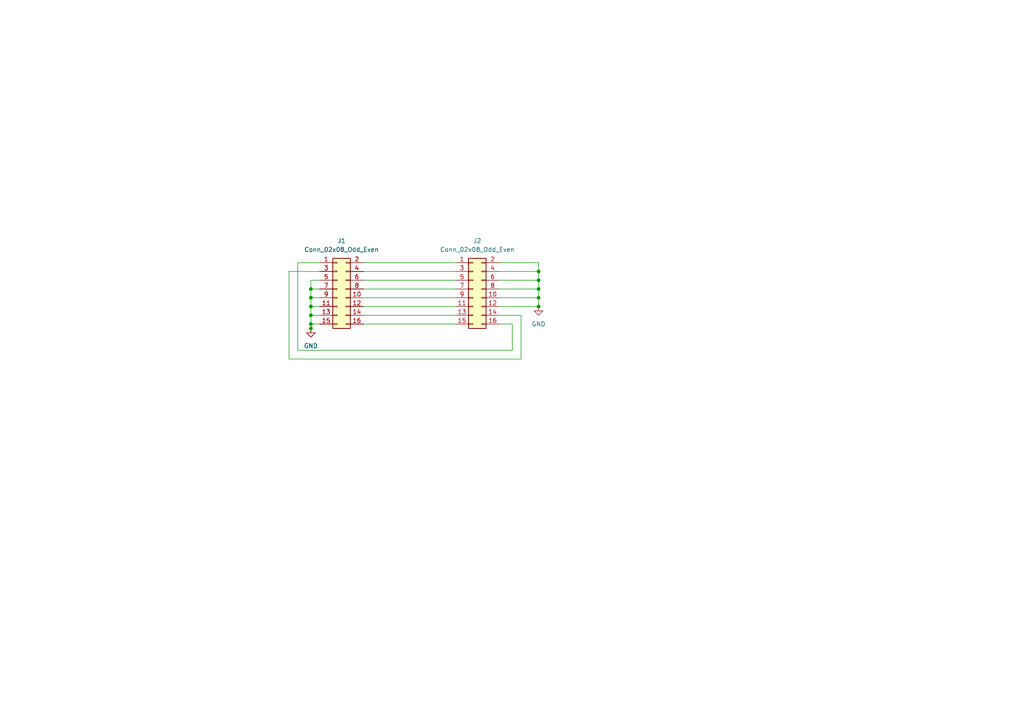
<source format=kicad_sch>
(kicad_sch
	(version 20231120)
	(generator "eeschema")
	(generator_version "8.0")
	(uuid "3785bb63-b1b5-44ed-9454-c40456165739")
	(paper "A4")
	(lib_symbols
		(symbol "Connector_Generic:Conn_02x08_Odd_Even"
			(pin_names
				(offset 1.016) hide)
			(exclude_from_sim no)
			(in_bom yes)
			(on_board yes)
			(property "Reference" "J"
				(at 1.27 10.16 0)
				(effects
					(font
						(size 1.27 1.27)
					)
				)
			)
			(property "Value" "Conn_02x08_Odd_Even"
				(at 1.27 -12.7 0)
				(effects
					(font
						(size 1.27 1.27)
					)
				)
			)
			(property "Footprint" ""
				(at 0 0 0)
				(effects
					(font
						(size 1.27 1.27)
					)
					(hide yes)
				)
			)
			(property "Datasheet" "~"
				(at 0 0 0)
				(effects
					(font
						(size 1.27 1.27)
					)
					(hide yes)
				)
			)
			(property "Description" "Generic connector, double row, 02x08, odd/even pin numbering scheme (row 1 odd numbers, row 2 even numbers), script generated (kicad-library-utils/schlib/autogen/connector/)"
				(at 0 0 0)
				(effects
					(font
						(size 1.27 1.27)
					)
					(hide yes)
				)
			)
			(property "ki_keywords" "connector"
				(at 0 0 0)
				(effects
					(font
						(size 1.27 1.27)
					)
					(hide yes)
				)
			)
			(property "ki_fp_filters" "Connector*:*_2x??_*"
				(at 0 0 0)
				(effects
					(font
						(size 1.27 1.27)
					)
					(hide yes)
				)
			)
			(symbol "Conn_02x08_Odd_Even_1_1"
				(rectangle
					(start -1.27 -10.033)
					(end 0 -10.287)
					(stroke
						(width 0.1524)
						(type default)
					)
					(fill
						(type none)
					)
				)
				(rectangle
					(start -1.27 -7.493)
					(end 0 -7.747)
					(stroke
						(width 0.1524)
						(type default)
					)
					(fill
						(type none)
					)
				)
				(rectangle
					(start -1.27 -4.953)
					(end 0 -5.207)
					(stroke
						(width 0.1524)
						(type default)
					)
					(fill
						(type none)
					)
				)
				(rectangle
					(start -1.27 -2.413)
					(end 0 -2.667)
					(stroke
						(width 0.1524)
						(type default)
					)
					(fill
						(type none)
					)
				)
				(rectangle
					(start -1.27 0.127)
					(end 0 -0.127)
					(stroke
						(width 0.1524)
						(type default)
					)
					(fill
						(type none)
					)
				)
				(rectangle
					(start -1.27 2.667)
					(end 0 2.413)
					(stroke
						(width 0.1524)
						(type default)
					)
					(fill
						(type none)
					)
				)
				(rectangle
					(start -1.27 5.207)
					(end 0 4.953)
					(stroke
						(width 0.1524)
						(type default)
					)
					(fill
						(type none)
					)
				)
				(rectangle
					(start -1.27 7.747)
					(end 0 7.493)
					(stroke
						(width 0.1524)
						(type default)
					)
					(fill
						(type none)
					)
				)
				(rectangle
					(start -1.27 8.89)
					(end 3.81 -11.43)
					(stroke
						(width 0.254)
						(type default)
					)
					(fill
						(type background)
					)
				)
				(rectangle
					(start 3.81 -10.033)
					(end 2.54 -10.287)
					(stroke
						(width 0.1524)
						(type default)
					)
					(fill
						(type none)
					)
				)
				(rectangle
					(start 3.81 -7.493)
					(end 2.54 -7.747)
					(stroke
						(width 0.1524)
						(type default)
					)
					(fill
						(type none)
					)
				)
				(rectangle
					(start 3.81 -4.953)
					(end 2.54 -5.207)
					(stroke
						(width 0.1524)
						(type default)
					)
					(fill
						(type none)
					)
				)
				(rectangle
					(start 3.81 -2.413)
					(end 2.54 -2.667)
					(stroke
						(width 0.1524)
						(type default)
					)
					(fill
						(type none)
					)
				)
				(rectangle
					(start 3.81 0.127)
					(end 2.54 -0.127)
					(stroke
						(width 0.1524)
						(type default)
					)
					(fill
						(type none)
					)
				)
				(rectangle
					(start 3.81 2.667)
					(end 2.54 2.413)
					(stroke
						(width 0.1524)
						(type default)
					)
					(fill
						(type none)
					)
				)
				(rectangle
					(start 3.81 5.207)
					(end 2.54 4.953)
					(stroke
						(width 0.1524)
						(type default)
					)
					(fill
						(type none)
					)
				)
				(rectangle
					(start 3.81 7.747)
					(end 2.54 7.493)
					(stroke
						(width 0.1524)
						(type default)
					)
					(fill
						(type none)
					)
				)
				(pin passive line
					(at -5.08 7.62 0)
					(length 3.81)
					(name "Pin_1"
						(effects
							(font
								(size 1.27 1.27)
							)
						)
					)
					(number "1"
						(effects
							(font
								(size 1.27 1.27)
							)
						)
					)
				)
				(pin passive line
					(at 7.62 -2.54 180)
					(length 3.81)
					(name "Pin_10"
						(effects
							(font
								(size 1.27 1.27)
							)
						)
					)
					(number "10"
						(effects
							(font
								(size 1.27 1.27)
							)
						)
					)
				)
				(pin passive line
					(at -5.08 -5.08 0)
					(length 3.81)
					(name "Pin_11"
						(effects
							(font
								(size 1.27 1.27)
							)
						)
					)
					(number "11"
						(effects
							(font
								(size 1.27 1.27)
							)
						)
					)
				)
				(pin passive line
					(at 7.62 -5.08 180)
					(length 3.81)
					(name "Pin_12"
						(effects
							(font
								(size 1.27 1.27)
							)
						)
					)
					(number "12"
						(effects
							(font
								(size 1.27 1.27)
							)
						)
					)
				)
				(pin passive line
					(at -5.08 -7.62 0)
					(length 3.81)
					(name "Pin_13"
						(effects
							(font
								(size 1.27 1.27)
							)
						)
					)
					(number "13"
						(effects
							(font
								(size 1.27 1.27)
							)
						)
					)
				)
				(pin passive line
					(at 7.62 -7.62 180)
					(length 3.81)
					(name "Pin_14"
						(effects
							(font
								(size 1.27 1.27)
							)
						)
					)
					(number "14"
						(effects
							(font
								(size 1.27 1.27)
							)
						)
					)
				)
				(pin passive line
					(at -5.08 -10.16 0)
					(length 3.81)
					(name "Pin_15"
						(effects
							(font
								(size 1.27 1.27)
							)
						)
					)
					(number "15"
						(effects
							(font
								(size 1.27 1.27)
							)
						)
					)
				)
				(pin passive line
					(at 7.62 -10.16 180)
					(length 3.81)
					(name "Pin_16"
						(effects
							(font
								(size 1.27 1.27)
							)
						)
					)
					(number "16"
						(effects
							(font
								(size 1.27 1.27)
							)
						)
					)
				)
				(pin passive line
					(at 7.62 7.62 180)
					(length 3.81)
					(name "Pin_2"
						(effects
							(font
								(size 1.27 1.27)
							)
						)
					)
					(number "2"
						(effects
							(font
								(size 1.27 1.27)
							)
						)
					)
				)
				(pin passive line
					(at -5.08 5.08 0)
					(length 3.81)
					(name "Pin_3"
						(effects
							(font
								(size 1.27 1.27)
							)
						)
					)
					(number "3"
						(effects
							(font
								(size 1.27 1.27)
							)
						)
					)
				)
				(pin passive line
					(at 7.62 5.08 180)
					(length 3.81)
					(name "Pin_4"
						(effects
							(font
								(size 1.27 1.27)
							)
						)
					)
					(number "4"
						(effects
							(font
								(size 1.27 1.27)
							)
						)
					)
				)
				(pin passive line
					(at -5.08 2.54 0)
					(length 3.81)
					(name "Pin_5"
						(effects
							(font
								(size 1.27 1.27)
							)
						)
					)
					(number "5"
						(effects
							(font
								(size 1.27 1.27)
							)
						)
					)
				)
				(pin passive line
					(at 7.62 2.54 180)
					(length 3.81)
					(name "Pin_6"
						(effects
							(font
								(size 1.27 1.27)
							)
						)
					)
					(number "6"
						(effects
							(font
								(size 1.27 1.27)
							)
						)
					)
				)
				(pin passive line
					(at -5.08 0 0)
					(length 3.81)
					(name "Pin_7"
						(effects
							(font
								(size 1.27 1.27)
							)
						)
					)
					(number "7"
						(effects
							(font
								(size 1.27 1.27)
							)
						)
					)
				)
				(pin passive line
					(at 7.62 0 180)
					(length 3.81)
					(name "Pin_8"
						(effects
							(font
								(size 1.27 1.27)
							)
						)
					)
					(number "8"
						(effects
							(font
								(size 1.27 1.27)
							)
						)
					)
				)
				(pin passive line
					(at -5.08 -2.54 0)
					(length 3.81)
					(name "Pin_9"
						(effects
							(font
								(size 1.27 1.27)
							)
						)
					)
					(number "9"
						(effects
							(font
								(size 1.27 1.27)
							)
						)
					)
				)
			)
		)
		(symbol "power:GND"
			(power)
			(pin_numbers hide)
			(pin_names
				(offset 0) hide)
			(exclude_from_sim no)
			(in_bom yes)
			(on_board yes)
			(property "Reference" "#PWR"
				(at 0 -6.35 0)
				(effects
					(font
						(size 1.27 1.27)
					)
					(hide yes)
				)
			)
			(property "Value" "GND"
				(at 0 -3.81 0)
				(effects
					(font
						(size 1.27 1.27)
					)
				)
			)
			(property "Footprint" ""
				(at 0 0 0)
				(effects
					(font
						(size 1.27 1.27)
					)
					(hide yes)
				)
			)
			(property "Datasheet" ""
				(at 0 0 0)
				(effects
					(font
						(size 1.27 1.27)
					)
					(hide yes)
				)
			)
			(property "Description" "Power symbol creates a global label with name \"GND\" , ground"
				(at 0 0 0)
				(effects
					(font
						(size 1.27 1.27)
					)
					(hide yes)
				)
			)
			(property "ki_keywords" "global power"
				(at 0 0 0)
				(effects
					(font
						(size 1.27 1.27)
					)
					(hide yes)
				)
			)
			(symbol "GND_0_1"
				(polyline
					(pts
						(xy 0 0) (xy 0 -1.27) (xy 1.27 -1.27) (xy 0 -2.54) (xy -1.27 -1.27) (xy 0 -1.27)
					)
					(stroke
						(width 0)
						(type default)
					)
					(fill
						(type none)
					)
				)
			)
			(symbol "GND_1_1"
				(pin power_in line
					(at 0 0 270)
					(length 0)
					(name "~"
						(effects
							(font
								(size 1.27 1.27)
							)
						)
					)
					(number "1"
						(effects
							(font
								(size 1.27 1.27)
							)
						)
					)
				)
			)
		)
	)
	(junction
		(at 156.21 83.82)
		(diameter 0)
		(color 0 0 0 0)
		(uuid "4a3536ea-4a93-43c7-a8e3-baa71591e67e")
	)
	(junction
		(at 90.17 95.25)
		(diameter 0)
		(color 0 0 0 0)
		(uuid "53fe24a9-7cea-4efb-a6f7-58478d0f3998")
	)
	(junction
		(at 156.21 88.9)
		(diameter 0)
		(color 0 0 0 0)
		(uuid "627326d2-c173-4af7-9425-c3a77d5be9e3")
	)
	(junction
		(at 156.21 81.28)
		(diameter 0)
		(color 0 0 0 0)
		(uuid "71909da8-ca18-413d-b923-62794568927c")
	)
	(junction
		(at 90.17 88.9)
		(diameter 0)
		(color 0 0 0 0)
		(uuid "84da339b-6b71-448c-a7c4-3e65f7110a4c")
	)
	(junction
		(at 90.17 83.82)
		(diameter 0)
		(color 0 0 0 0)
		(uuid "aab73564-8d25-4600-bcfb-b7bd23c8e9f0")
	)
	(junction
		(at 90.17 93.98)
		(diameter 0)
		(color 0 0 0 0)
		(uuid "b7b260cb-ebeb-4922-bfd5-f5036fc6bdc2")
	)
	(junction
		(at 90.17 86.36)
		(diameter 0)
		(color 0 0 0 0)
		(uuid "bdced6da-285b-4bd6-af0d-a57f64048b8e")
	)
	(junction
		(at 156.21 78.74)
		(diameter 0)
		(color 0 0 0 0)
		(uuid "c34bfabf-12c9-4e8c-9977-0e57ca468890")
	)
	(junction
		(at 156.21 86.36)
		(diameter 0)
		(color 0 0 0 0)
		(uuid "cdd96979-5a27-4076-b5cd-814ba676c925")
	)
	(junction
		(at 90.17 91.44)
		(diameter 0)
		(color 0 0 0 0)
		(uuid "fccd07d1-6d1f-444e-bcc5-79224ada3fbf")
	)
	(wire
		(pts
			(xy 92.71 93.98) (xy 90.17 93.98)
		)
		(stroke
			(width 0)
			(type default)
		)
		(uuid "0bbb3584-8679-4664-9953-6c369f55f956")
	)
	(wire
		(pts
			(xy 144.78 83.82) (xy 156.21 83.82)
		)
		(stroke
			(width 0)
			(type default)
		)
		(uuid "1124cc41-1904-4665-87d8-6a01447a43ef")
	)
	(wire
		(pts
			(xy 156.21 86.36) (xy 156.21 88.9)
		)
		(stroke
			(width 0)
			(type default)
		)
		(uuid "1b36d04c-8760-4c50-8b0c-f3465a890ea7")
	)
	(wire
		(pts
			(xy 148.59 93.98) (xy 148.59 101.6)
		)
		(stroke
			(width 0)
			(type default)
		)
		(uuid "1b7693d7-ab40-45c8-8700-2c27c6d69ccc")
	)
	(wire
		(pts
			(xy 148.59 101.6) (xy 86.36 101.6)
		)
		(stroke
			(width 0)
			(type default)
		)
		(uuid "1bbd1fe7-9757-4a25-9e96-e09b7e33c20d")
	)
	(wire
		(pts
			(xy 151.13 104.14) (xy 83.82 104.14)
		)
		(stroke
			(width 0)
			(type default)
		)
		(uuid "1fce80d0-6379-491e-a3c5-5f308bbd4fbf")
	)
	(wire
		(pts
			(xy 144.78 81.28) (xy 156.21 81.28)
		)
		(stroke
			(width 0)
			(type default)
		)
		(uuid "2210e10b-7225-4793-bd6c-a37e6eda5743")
	)
	(wire
		(pts
			(xy 132.08 88.9) (xy 105.41 88.9)
		)
		(stroke
			(width 0)
			(type default)
		)
		(uuid "2a356781-529b-49f3-8e5e-b7fac6f67669")
	)
	(wire
		(pts
			(xy 156.21 81.28) (xy 156.21 83.82)
		)
		(stroke
			(width 0)
			(type default)
		)
		(uuid "2e64d8b1-14d7-47b4-b965-38fc7b4af73e")
	)
	(wire
		(pts
			(xy 90.17 91.44) (xy 92.71 91.44)
		)
		(stroke
			(width 0)
			(type default)
		)
		(uuid "3548848c-af0a-490b-98ec-f97d097a553a")
	)
	(wire
		(pts
			(xy 132.08 76.2) (xy 105.41 76.2)
		)
		(stroke
			(width 0)
			(type default)
		)
		(uuid "40b8aad4-e03a-486a-9463-c121061b9b88")
	)
	(wire
		(pts
			(xy 144.78 86.36) (xy 156.21 86.36)
		)
		(stroke
			(width 0)
			(type default)
		)
		(uuid "45e8d0cd-ec17-4194-bc30-42ba3df00eea")
	)
	(wire
		(pts
			(xy 144.78 88.9) (xy 156.21 88.9)
		)
		(stroke
			(width 0)
			(type default)
		)
		(uuid "47fcddc5-3b2e-439a-86bd-3b822b9ecf93")
	)
	(wire
		(pts
			(xy 90.17 81.28) (xy 90.17 83.82)
		)
		(stroke
			(width 0)
			(type default)
		)
		(uuid "4e050c54-8e5e-4470-9d2f-5bac654e7e13")
	)
	(wire
		(pts
			(xy 83.82 78.74) (xy 92.71 78.74)
		)
		(stroke
			(width 0)
			(type default)
		)
		(uuid "4f6ccb20-f684-4e74-999a-8e83ba6068f2")
	)
	(wire
		(pts
			(xy 92.71 81.28) (xy 90.17 81.28)
		)
		(stroke
			(width 0)
			(type default)
		)
		(uuid "5133c437-a71e-40f6-8092-769f1f8deeff")
	)
	(wire
		(pts
			(xy 90.17 88.9) (xy 92.71 88.9)
		)
		(stroke
			(width 0)
			(type default)
		)
		(uuid "5a578ddf-1114-4e1c-a1c5-350321325df6")
	)
	(wire
		(pts
			(xy 86.36 101.6) (xy 86.36 76.2)
		)
		(stroke
			(width 0)
			(type default)
		)
		(uuid "6a013ae0-183d-40a4-8eca-b8e3031dfe3e")
	)
	(wire
		(pts
			(xy 151.13 91.44) (xy 151.13 104.14)
		)
		(stroke
			(width 0)
			(type default)
		)
		(uuid "74a96490-e741-4a92-ad11-5bddc040645a")
	)
	(wire
		(pts
			(xy 156.21 83.82) (xy 156.21 86.36)
		)
		(stroke
			(width 0)
			(type default)
		)
		(uuid "7de7dc8a-69c1-4292-9bf9-5363b4ef58cb")
	)
	(wire
		(pts
			(xy 90.17 93.98) (xy 90.17 95.25)
		)
		(stroke
			(width 0)
			(type default)
		)
		(uuid "8319e102-54e4-463a-bff2-9253d7f577fd")
	)
	(wire
		(pts
			(xy 144.78 91.44) (xy 151.13 91.44)
		)
		(stroke
			(width 0)
			(type default)
		)
		(uuid "83d215bb-d922-43ec-a14f-b8465ab89d03")
	)
	(wire
		(pts
			(xy 132.08 78.74) (xy 105.41 78.74)
		)
		(stroke
			(width 0)
			(type default)
		)
		(uuid "8c6c9ec3-b505-4860-9505-f945f4fdec5c")
	)
	(wire
		(pts
			(xy 132.08 93.98) (xy 105.41 93.98)
		)
		(stroke
			(width 0)
			(type default)
		)
		(uuid "8f0f3695-04ae-4af6-9c86-70a73d90e1d4")
	)
	(wire
		(pts
			(xy 132.08 91.44) (xy 105.41 91.44)
		)
		(stroke
			(width 0)
			(type default)
		)
		(uuid "a2212259-e2c4-47ef-8c28-8ef0e85b449f")
	)
	(wire
		(pts
			(xy 83.82 104.14) (xy 83.82 78.74)
		)
		(stroke
			(width 0)
			(type default)
		)
		(uuid "a7a0b944-fead-4d23-99e7-24db48d9ee74")
	)
	(wire
		(pts
			(xy 86.36 76.2) (xy 92.71 76.2)
		)
		(stroke
			(width 0)
			(type default)
		)
		(uuid "b8dccda7-f6cd-4023-b7c0-ac3755e43df7")
	)
	(wire
		(pts
			(xy 90.17 88.9) (xy 90.17 91.44)
		)
		(stroke
			(width 0)
			(type default)
		)
		(uuid "c01cb1c8-48fc-42a6-b53e-7378f4806fdf")
	)
	(wire
		(pts
			(xy 90.17 83.82) (xy 90.17 86.36)
		)
		(stroke
			(width 0)
			(type default)
		)
		(uuid "cf4e9d5b-e6a3-4a4d-a002-c14dcae4ddbe")
	)
	(wire
		(pts
			(xy 90.17 86.36) (xy 92.71 86.36)
		)
		(stroke
			(width 0)
			(type default)
		)
		(uuid "cfbf2772-0d1f-48cd-9b50-dd5aafb70cb5")
	)
	(wire
		(pts
			(xy 90.17 86.36) (xy 90.17 88.9)
		)
		(stroke
			(width 0)
			(type default)
		)
		(uuid "d0fb79b2-0fbd-48d5-b7f5-637f16629d13")
	)
	(wire
		(pts
			(xy 132.08 81.28) (xy 105.41 81.28)
		)
		(stroke
			(width 0)
			(type default)
		)
		(uuid "d24644a3-8104-4b38-9445-dc8f574aae7c")
	)
	(wire
		(pts
			(xy 144.78 76.2) (xy 156.21 76.2)
		)
		(stroke
			(width 0)
			(type default)
		)
		(uuid "d3932d66-d7c0-4c0c-903f-87f5a11a216a")
	)
	(wire
		(pts
			(xy 132.08 86.36) (xy 105.41 86.36)
		)
		(stroke
			(width 0)
			(type default)
		)
		(uuid "e916690b-8981-4fa9-98da-753f7f0c86c6")
	)
	(wire
		(pts
			(xy 90.17 91.44) (xy 90.17 93.98)
		)
		(stroke
			(width 0)
			(type default)
		)
		(uuid "e9816450-f4ae-4956-a9a1-8ae0258d58f3")
	)
	(wire
		(pts
			(xy 144.78 93.98) (xy 148.59 93.98)
		)
		(stroke
			(width 0)
			(type default)
		)
		(uuid "ea43b0d2-7ae0-486b-97e5-f2764248e7ae")
	)
	(wire
		(pts
			(xy 132.08 83.82) (xy 105.41 83.82)
		)
		(stroke
			(width 0)
			(type default)
		)
		(uuid "eadb3fe2-8899-4fe1-8838-e230cb70fe78")
	)
	(wire
		(pts
			(xy 156.21 78.74) (xy 156.21 81.28)
		)
		(stroke
			(width 0)
			(type default)
		)
		(uuid "ef0e3167-881f-4914-a832-e31eb025aef6")
	)
	(wire
		(pts
			(xy 144.78 78.74) (xy 156.21 78.74)
		)
		(stroke
			(width 0)
			(type default)
		)
		(uuid "f24063cb-0a83-4188-8364-b19878e46dab")
	)
	(wire
		(pts
			(xy 156.21 76.2) (xy 156.21 78.74)
		)
		(stroke
			(width 0)
			(type default)
		)
		(uuid "f2924145-a07d-4032-a7b8-14be540a1bee")
	)
	(wire
		(pts
			(xy 90.17 83.82) (xy 92.71 83.82)
		)
		(stroke
			(width 0)
			(type default)
		)
		(uuid "f2c6c511-d82c-4446-92b9-7002aea6cfbc")
	)
	(symbol
		(lib_id "power:GND")
		(at 156.21 88.9 0)
		(unit 1)
		(exclude_from_sim no)
		(in_bom yes)
		(on_board yes)
		(dnp no)
		(fields_autoplaced yes)
		(uuid "15872635-5ca5-4747-87bf-e948f521cd6a")
		(property "Reference" "#PWR03"
			(at 156.21 95.25 0)
			(effects
				(font
					(size 1.27 1.27)
				)
				(hide yes)
			)
		)
		(property "Value" "GND"
			(at 156.21 93.98 0)
			(effects
				(font
					(size 1.27 1.27)
				)
			)
		)
		(property "Footprint" ""
			(at 156.21 88.9 0)
			(effects
				(font
					(size 1.27 1.27)
				)
				(hide yes)
			)
		)
		(property "Datasheet" ""
			(at 156.21 88.9 0)
			(effects
				(font
					(size 1.27 1.27)
				)
				(hide yes)
			)
		)
		(property "Description" "Power symbol creates a global label with name \"GND\" , ground"
			(at 156.21 88.9 0)
			(effects
				(font
					(size 1.27 1.27)
				)
				(hide yes)
			)
		)
		(pin "1"
			(uuid "a90b8723-698c-40b5-b358-e1a2df860d2e")
		)
		(instances
			(project ""
				(path "/3785bb63-b1b5-44ed-9454-c40456165739"
					(reference "#PWR03")
					(unit 1)
				)
			)
		)
	)
	(symbol
		(lib_id "power:GND")
		(at 90.17 95.25 0)
		(unit 1)
		(exclude_from_sim no)
		(in_bom yes)
		(on_board yes)
		(dnp no)
		(fields_autoplaced yes)
		(uuid "1ae470c4-2e3a-4f6b-8d2b-406ea9c5b0d9")
		(property "Reference" "#PWR02"
			(at 90.17 101.6 0)
			(effects
				(font
					(size 1.27 1.27)
				)
				(hide yes)
			)
		)
		(property "Value" "GND"
			(at 90.17 100.33 0)
			(effects
				(font
					(size 1.27 1.27)
				)
			)
		)
		(property "Footprint" ""
			(at 90.17 95.25 0)
			(effects
				(font
					(size 1.27 1.27)
				)
				(hide yes)
			)
		)
		(property "Datasheet" ""
			(at 90.17 95.25 0)
			(effects
				(font
					(size 1.27 1.27)
				)
				(hide yes)
			)
		)
		(property "Description" "Power symbol creates a global label with name \"GND\" , ground"
			(at 90.17 95.25 0)
			(effects
				(font
					(size 1.27 1.27)
				)
				(hide yes)
			)
		)
		(pin "1"
			(uuid "a90b8723-698c-40b5-b358-e1a2df860d2e")
		)
		(instances
			(project ""
				(path "/3785bb63-b1b5-44ed-9454-c40456165739"
					(reference "#PWR02")
					(unit 1)
				)
			)
		)
	)
	(symbol
		(lib_id "Connector_Generic:Conn_02x08_Odd_Even")
		(at 97.79 83.82 0)
		(unit 1)
		(exclude_from_sim no)
		(in_bom yes)
		(on_board yes)
		(dnp no)
		(fields_autoplaced yes)
		(uuid "726222f8-b9a9-4454-9b97-2e56531b7f6f")
		(property "Reference" "J1"
			(at 99.06 69.85 0)
			(effects
				(font
					(size 1.27 1.27)
				)
			)
		)
		(property "Value" "Conn_02x08_Odd_Even"
			(at 99.06 72.39 0)
			(effects
				(font
					(size 1.27 1.27)
				)
			)
		)
		(property "Footprint" "Connector_PinHeader_2.54mm:PinHeader_2x08_P2.54mm_Vertical"
			(at 97.79 83.82 0)
			(effects
				(font
					(size 1.27 1.27)
				)
				(hide yes)
			)
		)
		(property "Datasheet" "~"
			(at 97.79 83.82 0)
			(effects
				(font
					(size 1.27 1.27)
				)
				(hide yes)
			)
		)
		(property "Description" "Generic connector, double row, 02x08, odd/even pin numbering scheme (row 1 odd numbers, row 2 even numbers), script generated (kicad-library-utils/schlib/autogen/connector/)"
			(at 97.79 83.82 0)
			(effects
				(font
					(size 1.27 1.27)
				)
				(hide yes)
			)
		)
		(pin "1"
			(uuid "a5645d9e-219f-42c0-af02-de9fe0dbb3da")
		)
		(pin "11"
			(uuid "70f46326-f95b-446a-851b-717c3e39807d")
		)
		(pin "10"
			(uuid "20d29f3d-a7c7-4036-945a-007dd68501f1")
		)
		(pin "3"
			(uuid "1f941dc5-d42f-4910-b624-e8efdca2c386")
		)
		(pin "13"
			(uuid "ea5c6f0e-c9e4-4eab-a6ae-ae1d15f3f1b7")
		)
		(pin "8"
			(uuid "aa0a730f-0148-4a96-a0eb-f87ba738706c")
		)
		(pin "12"
			(uuid "689c3a8c-5ca5-473e-bc95-b1de5df5cc88")
		)
		(pin "9"
			(uuid "9fd61de9-679b-4bfc-942e-ddb6ca3937c0")
		)
		(pin "5"
			(uuid "46bd7a08-4171-4831-b452-f22e1514e7a8")
		)
		(pin "2"
			(uuid "cb50a2a0-b701-4068-9367-ca019f585b95")
		)
		(pin "15"
			(uuid "30e1a06a-05d3-4a77-aa94-e271afb5134d")
		)
		(pin "16"
			(uuid "ed370a04-76eb-4996-9b1c-771dbc325c06")
		)
		(pin "6"
			(uuid "4cb5b4ca-5bbc-4296-970d-6a4ec8b213d9")
		)
		(pin "14"
			(uuid "a85cd3dc-3aad-4b41-aa6f-1f335d600174")
		)
		(pin "7"
			(uuid "e1c94c4a-be48-4b26-86f2-0acced6b2eda")
		)
		(pin "4"
			(uuid "b37ce73e-a7ff-41c8-a74f-013557560ac4")
		)
		(instances
			(project ""
				(path "/3785bb63-b1b5-44ed-9454-c40456165739"
					(reference "J1")
					(unit 1)
				)
			)
		)
	)
	(symbol
		(lib_id "power:GND")
		(at 90.17 95.25 0)
		(unit 1)
		(exclude_from_sim no)
		(in_bom yes)
		(on_board yes)
		(dnp no)
		(fields_autoplaced yes)
		(uuid "d9f56dcc-a26f-445a-a759-dd8044d154fc")
		(property "Reference" "#PWR01"
			(at 90.17 101.6 0)
			(effects
				(font
					(size 1.27 1.27)
				)
				(hide yes)
			)
		)
		(property "Value" "GND"
			(at 90.17 100.33 0)
			(effects
				(font
					(size 1.27 1.27)
				)
			)
		)
		(property "Footprint" ""
			(at 90.17 95.25 0)
			(effects
				(font
					(size 1.27 1.27)
				)
				(hide yes)
			)
		)
		(property "Datasheet" ""
			(at 90.17 95.25 0)
			(effects
				(font
					(size 1.27 1.27)
				)
				(hide yes)
			)
		)
		(property "Description" "Power symbol creates a global label with name \"GND\" , ground"
			(at 90.17 95.25 0)
			(effects
				(font
					(size 1.27 1.27)
				)
				(hide yes)
			)
		)
		(pin "1"
			(uuid "a90b8723-698c-40b5-b358-e1a2df860d2e")
		)
		(instances
			(project ""
				(path "/3785bb63-b1b5-44ed-9454-c40456165739"
					(reference "#PWR01")
					(unit 1)
				)
			)
		)
	)
	(symbol
		(lib_id "Connector_Generic:Conn_02x08_Odd_Even")
		(at 137.16 83.82 0)
		(unit 1)
		(exclude_from_sim no)
		(in_bom yes)
		(on_board yes)
		(dnp no)
		(fields_autoplaced yes)
		(uuid "e474ce75-b63b-45ae-bb0d-7c7e69192bbb")
		(property "Reference" "J2"
			(at 138.43 69.85 0)
			(effects
				(font
					(size 1.27 1.27)
				)
			)
		)
		(property "Value" "Conn_02x08_Odd_Even"
			(at 138.43 72.39 0)
			(effects
				(font
					(size 1.27 1.27)
				)
			)
		)
		(property "Footprint" "Connector_PinHeader_2.54mm:PinHeader_2x08_P2.54mm_Vertical"
			(at 137.16 83.82 0)
			(effects
				(font
					(size 1.27 1.27)
				)
				(hide yes)
			)
		)
		(property "Datasheet" "~"
			(at 137.16 83.82 0)
			(effects
				(font
					(size 1.27 1.27)
				)
				(hide yes)
			)
		)
		(property "Description" "Generic connector, double row, 02x08, odd/even pin numbering scheme (row 1 odd numbers, row 2 even numbers), script generated (kicad-library-utils/schlib/autogen/connector/)"
			(at 137.16 83.82 0)
			(effects
				(font
					(size 1.27 1.27)
				)
				(hide yes)
			)
		)
		(pin "1"
			(uuid "a5645d9e-219f-42c0-af02-de9fe0dbb3da")
		)
		(pin "11"
			(uuid "70f46326-f95b-446a-851b-717c3e39807d")
		)
		(pin "10"
			(uuid "20d29f3d-a7c7-4036-945a-007dd68501f1")
		)
		(pin "3"
			(uuid "1f941dc5-d42f-4910-b624-e8efdca2c386")
		)
		(pin "13"
			(uuid "ea5c6f0e-c9e4-4eab-a6ae-ae1d15f3f1b7")
		)
		(pin "8"
			(uuid "aa0a730f-0148-4a96-a0eb-f87ba738706c")
		)
		(pin "12"
			(uuid "689c3a8c-5ca5-473e-bc95-b1de5df5cc88")
		)
		(pin "9"
			(uuid "9fd61de9-679b-4bfc-942e-ddb6ca3937c0")
		)
		(pin "5"
			(uuid "46bd7a08-4171-4831-b452-f22e1514e7a8")
		)
		(pin "2"
			(uuid "cb50a2a0-b701-4068-9367-ca019f585b95")
		)
		(pin "15"
			(uuid "30e1a06a-05d3-4a77-aa94-e271afb5134d")
		)
		(pin "16"
			(uuid "ed370a04-76eb-4996-9b1c-771dbc325c06")
		)
		(pin "6"
			(uuid "4cb5b4ca-5bbc-4296-970d-6a4ec8b213d9")
		)
		(pin "14"
			(uuid "a85cd3dc-3aad-4b41-aa6f-1f335d600174")
		)
		(pin "7"
			(uuid "e1c94c4a-be48-4b26-86f2-0acced6b2eda")
		)
		(pin "4"
			(uuid "b37ce73e-a7ff-41c8-a74f-013557560ac4")
		)
		(instances
			(project ""
				(path "/3785bb63-b1b5-44ed-9454-c40456165739"
					(reference "J2")
					(unit 1)
				)
			)
		)
	)
	(sheet_instances
		(path "/"
			(page "1")
		)
	)
)

</source>
